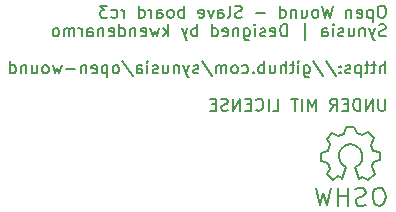
<source format=gbo>
G04 #@! TF.FileFunction,Legend,Bot*
%FSLAX46Y46*%
G04 Gerber Fmt 4.6, Leading zero omitted, Abs format (unit mm)*
G04 Created by KiCad (PCBNEW 0.201505222246+5678~23~ubuntu14.04.1-product) date dom 24 may 2015 19:59:28 CEST*
%MOMM*%
G01*
G04 APERTURE LIST*
%ADD10C,0.101600*%
%ADD11C,0.152400*%
%ADD12C,0.150000*%
G04 APERTURE END LIST*
D10*
D11*
X160219571Y-90756619D02*
X160026048Y-90756619D01*
X159929286Y-90805000D01*
X159832524Y-90901762D01*
X159784143Y-91095286D01*
X159784143Y-91433952D01*
X159832524Y-91627476D01*
X159929286Y-91724238D01*
X160026048Y-91772619D01*
X160219571Y-91772619D01*
X160316333Y-91724238D01*
X160413095Y-91627476D01*
X160461476Y-91433952D01*
X160461476Y-91095286D01*
X160413095Y-90901762D01*
X160316333Y-90805000D01*
X160219571Y-90756619D01*
X159348714Y-91095286D02*
X159348714Y-92111286D01*
X159348714Y-91143667D02*
X159251952Y-91095286D01*
X159058429Y-91095286D01*
X158961667Y-91143667D01*
X158913286Y-91192048D01*
X158864905Y-91288810D01*
X158864905Y-91579095D01*
X158913286Y-91675857D01*
X158961667Y-91724238D01*
X159058429Y-91772619D01*
X159251952Y-91772619D01*
X159348714Y-91724238D01*
X158042429Y-91724238D02*
X158139191Y-91772619D01*
X158332714Y-91772619D01*
X158429476Y-91724238D01*
X158477857Y-91627476D01*
X158477857Y-91240429D01*
X158429476Y-91143667D01*
X158332714Y-91095286D01*
X158139191Y-91095286D01*
X158042429Y-91143667D01*
X157994048Y-91240429D01*
X157994048Y-91337190D01*
X158477857Y-91433952D01*
X157558619Y-91095286D02*
X157558619Y-91772619D01*
X157558619Y-91192048D02*
X157510238Y-91143667D01*
X157413476Y-91095286D01*
X157268334Y-91095286D01*
X157171572Y-91143667D01*
X157123191Y-91240429D01*
X157123191Y-91772619D01*
X155962048Y-90756619D02*
X155720143Y-91772619D01*
X155526620Y-91046905D01*
X155333096Y-91772619D01*
X155091191Y-90756619D01*
X154559000Y-91772619D02*
X154655762Y-91724238D01*
X154704143Y-91675857D01*
X154752524Y-91579095D01*
X154752524Y-91288810D01*
X154704143Y-91192048D01*
X154655762Y-91143667D01*
X154559000Y-91095286D01*
X154413858Y-91095286D01*
X154317096Y-91143667D01*
X154268715Y-91192048D01*
X154220334Y-91288810D01*
X154220334Y-91579095D01*
X154268715Y-91675857D01*
X154317096Y-91724238D01*
X154413858Y-91772619D01*
X154559000Y-91772619D01*
X153349477Y-91095286D02*
X153349477Y-91772619D01*
X153784905Y-91095286D02*
X153784905Y-91627476D01*
X153736524Y-91724238D01*
X153639762Y-91772619D01*
X153494620Y-91772619D01*
X153397858Y-91724238D01*
X153349477Y-91675857D01*
X152865667Y-91095286D02*
X152865667Y-91772619D01*
X152865667Y-91192048D02*
X152817286Y-91143667D01*
X152720524Y-91095286D01*
X152575382Y-91095286D01*
X152478620Y-91143667D01*
X152430239Y-91240429D01*
X152430239Y-91772619D01*
X151511001Y-91772619D02*
X151511001Y-90756619D01*
X151511001Y-91724238D02*
X151607763Y-91772619D01*
X151801286Y-91772619D01*
X151898048Y-91724238D01*
X151946429Y-91675857D01*
X151994810Y-91579095D01*
X151994810Y-91288810D01*
X151946429Y-91192048D01*
X151898048Y-91143667D01*
X151801286Y-91095286D01*
X151607763Y-91095286D01*
X151511001Y-91143667D01*
X150253096Y-91385571D02*
X149479001Y-91385571D01*
X148269477Y-91724238D02*
X148124334Y-91772619D01*
X147882430Y-91772619D01*
X147785668Y-91724238D01*
X147737287Y-91675857D01*
X147688906Y-91579095D01*
X147688906Y-91482333D01*
X147737287Y-91385571D01*
X147785668Y-91337190D01*
X147882430Y-91288810D01*
X148075953Y-91240429D01*
X148172715Y-91192048D01*
X148221096Y-91143667D01*
X148269477Y-91046905D01*
X148269477Y-90950143D01*
X148221096Y-90853381D01*
X148172715Y-90805000D01*
X148075953Y-90756619D01*
X147834049Y-90756619D01*
X147688906Y-90805000D01*
X147108334Y-91772619D02*
X147205096Y-91724238D01*
X147253477Y-91627476D01*
X147253477Y-90756619D01*
X146285859Y-91772619D02*
X146285859Y-91240429D01*
X146334240Y-91143667D01*
X146431002Y-91095286D01*
X146624525Y-91095286D01*
X146721287Y-91143667D01*
X146285859Y-91724238D02*
X146382621Y-91772619D01*
X146624525Y-91772619D01*
X146721287Y-91724238D01*
X146769668Y-91627476D01*
X146769668Y-91530714D01*
X146721287Y-91433952D01*
X146624525Y-91385571D01*
X146382621Y-91385571D01*
X146285859Y-91337190D01*
X145898811Y-91095286D02*
X145656906Y-91772619D01*
X145415002Y-91095286D01*
X144640907Y-91724238D02*
X144737669Y-91772619D01*
X144931192Y-91772619D01*
X145027954Y-91724238D01*
X145076335Y-91627476D01*
X145076335Y-91240429D01*
X145027954Y-91143667D01*
X144931192Y-91095286D01*
X144737669Y-91095286D01*
X144640907Y-91143667D01*
X144592526Y-91240429D01*
X144592526Y-91337190D01*
X145076335Y-91433952D01*
X143383002Y-91772619D02*
X143383002Y-90756619D01*
X143383002Y-91143667D02*
X143286240Y-91095286D01*
X143092717Y-91095286D01*
X142995955Y-91143667D01*
X142947574Y-91192048D01*
X142899193Y-91288810D01*
X142899193Y-91579095D01*
X142947574Y-91675857D01*
X142995955Y-91724238D01*
X143092717Y-91772619D01*
X143286240Y-91772619D01*
X143383002Y-91724238D01*
X142318621Y-91772619D02*
X142415383Y-91724238D01*
X142463764Y-91675857D01*
X142512145Y-91579095D01*
X142512145Y-91288810D01*
X142463764Y-91192048D01*
X142415383Y-91143667D01*
X142318621Y-91095286D01*
X142173479Y-91095286D01*
X142076717Y-91143667D01*
X142028336Y-91192048D01*
X141979955Y-91288810D01*
X141979955Y-91579095D01*
X142028336Y-91675857D01*
X142076717Y-91724238D01*
X142173479Y-91772619D01*
X142318621Y-91772619D01*
X141109098Y-91772619D02*
X141109098Y-91240429D01*
X141157479Y-91143667D01*
X141254241Y-91095286D01*
X141447764Y-91095286D01*
X141544526Y-91143667D01*
X141109098Y-91724238D02*
X141205860Y-91772619D01*
X141447764Y-91772619D01*
X141544526Y-91724238D01*
X141592907Y-91627476D01*
X141592907Y-91530714D01*
X141544526Y-91433952D01*
X141447764Y-91385571D01*
X141205860Y-91385571D01*
X141109098Y-91337190D01*
X140625288Y-91772619D02*
X140625288Y-91095286D01*
X140625288Y-91288810D02*
X140576907Y-91192048D01*
X140528526Y-91143667D01*
X140431764Y-91095286D01*
X140335003Y-91095286D01*
X139560908Y-91772619D02*
X139560908Y-90756619D01*
X139560908Y-91724238D02*
X139657670Y-91772619D01*
X139851193Y-91772619D01*
X139947955Y-91724238D01*
X139996336Y-91675857D01*
X140044717Y-91579095D01*
X140044717Y-91288810D01*
X139996336Y-91192048D01*
X139947955Y-91143667D01*
X139851193Y-91095286D01*
X139657670Y-91095286D01*
X139560908Y-91143667D01*
X138303003Y-91772619D02*
X138303003Y-91095286D01*
X138303003Y-91288810D02*
X138254622Y-91192048D01*
X138206241Y-91143667D01*
X138109479Y-91095286D01*
X138012718Y-91095286D01*
X137238623Y-91724238D02*
X137335385Y-91772619D01*
X137528908Y-91772619D01*
X137625670Y-91724238D01*
X137674051Y-91675857D01*
X137722432Y-91579095D01*
X137722432Y-91288810D01*
X137674051Y-91192048D01*
X137625670Y-91143667D01*
X137528908Y-91095286D01*
X137335385Y-91095286D01*
X137238623Y-91143667D01*
X136899956Y-90756619D02*
X136271004Y-90756619D01*
X136609670Y-91143667D01*
X136464528Y-91143667D01*
X136367766Y-91192048D01*
X136319385Y-91240429D01*
X136271004Y-91337190D01*
X136271004Y-91579095D01*
X136319385Y-91675857D01*
X136367766Y-91724238D01*
X136464528Y-91772619D01*
X136754813Y-91772619D01*
X136851575Y-91724238D01*
X136899956Y-91675857D01*
X160461476Y-93299038D02*
X160316333Y-93347419D01*
X160074429Y-93347419D01*
X159977667Y-93299038D01*
X159929286Y-93250657D01*
X159880905Y-93153895D01*
X159880905Y-93057133D01*
X159929286Y-92960371D01*
X159977667Y-92911990D01*
X160074429Y-92863610D01*
X160267952Y-92815229D01*
X160364714Y-92766848D01*
X160413095Y-92718467D01*
X160461476Y-92621705D01*
X160461476Y-92524943D01*
X160413095Y-92428181D01*
X160364714Y-92379800D01*
X160267952Y-92331419D01*
X160026048Y-92331419D01*
X159880905Y-92379800D01*
X159542238Y-92670086D02*
X159300333Y-93347419D01*
X159058429Y-92670086D02*
X159300333Y-93347419D01*
X159397095Y-93589324D01*
X159445476Y-93637705D01*
X159542238Y-93686086D01*
X158671381Y-92670086D02*
X158671381Y-93347419D01*
X158671381Y-92766848D02*
X158623000Y-92718467D01*
X158526238Y-92670086D01*
X158381096Y-92670086D01*
X158284334Y-92718467D01*
X158235953Y-92815229D01*
X158235953Y-93347419D01*
X157316715Y-92670086D02*
X157316715Y-93347419D01*
X157752143Y-92670086D02*
X157752143Y-93202276D01*
X157703762Y-93299038D01*
X157607000Y-93347419D01*
X157461858Y-93347419D01*
X157365096Y-93299038D01*
X157316715Y-93250657D01*
X156881286Y-93299038D02*
X156784524Y-93347419D01*
X156591000Y-93347419D01*
X156494239Y-93299038D01*
X156445858Y-93202276D01*
X156445858Y-93153895D01*
X156494239Y-93057133D01*
X156591000Y-93008752D01*
X156736143Y-93008752D01*
X156832905Y-92960371D01*
X156881286Y-92863610D01*
X156881286Y-92815229D01*
X156832905Y-92718467D01*
X156736143Y-92670086D01*
X156591000Y-92670086D01*
X156494239Y-92718467D01*
X156010429Y-93347419D02*
X156010429Y-92670086D01*
X156010429Y-92331419D02*
X156058810Y-92379800D01*
X156010429Y-92428181D01*
X155962048Y-92379800D01*
X156010429Y-92331419D01*
X156010429Y-92428181D01*
X155091191Y-93347419D02*
X155091191Y-92815229D01*
X155139572Y-92718467D01*
X155236334Y-92670086D01*
X155429857Y-92670086D01*
X155526619Y-92718467D01*
X155091191Y-93299038D02*
X155187953Y-93347419D01*
X155429857Y-93347419D01*
X155526619Y-93299038D01*
X155575000Y-93202276D01*
X155575000Y-93105514D01*
X155526619Y-93008752D01*
X155429857Y-92960371D01*
X155187953Y-92960371D01*
X155091191Y-92911990D01*
X153591381Y-93686086D02*
X153591381Y-92234657D01*
X152091572Y-93347419D02*
X152091572Y-92331419D01*
X151849667Y-92331419D01*
X151704525Y-92379800D01*
X151607763Y-92476562D01*
X151559382Y-92573324D01*
X151511001Y-92766848D01*
X151511001Y-92911990D01*
X151559382Y-93105514D01*
X151607763Y-93202276D01*
X151704525Y-93299038D01*
X151849667Y-93347419D01*
X152091572Y-93347419D01*
X150688525Y-93299038D02*
X150785287Y-93347419D01*
X150978810Y-93347419D01*
X151075572Y-93299038D01*
X151123953Y-93202276D01*
X151123953Y-92815229D01*
X151075572Y-92718467D01*
X150978810Y-92670086D01*
X150785287Y-92670086D01*
X150688525Y-92718467D01*
X150640144Y-92815229D01*
X150640144Y-92911990D01*
X151123953Y-93008752D01*
X150253096Y-93299038D02*
X150156334Y-93347419D01*
X149962810Y-93347419D01*
X149866049Y-93299038D01*
X149817668Y-93202276D01*
X149817668Y-93153895D01*
X149866049Y-93057133D01*
X149962810Y-93008752D01*
X150107953Y-93008752D01*
X150204715Y-92960371D01*
X150253096Y-92863610D01*
X150253096Y-92815229D01*
X150204715Y-92718467D01*
X150107953Y-92670086D01*
X149962810Y-92670086D01*
X149866049Y-92718467D01*
X149382239Y-93347419D02*
X149382239Y-92670086D01*
X149382239Y-92331419D02*
X149430620Y-92379800D01*
X149382239Y-92428181D01*
X149333858Y-92379800D01*
X149382239Y-92331419D01*
X149382239Y-92428181D01*
X148463001Y-92670086D02*
X148463001Y-93492562D01*
X148511382Y-93589324D01*
X148559763Y-93637705D01*
X148656524Y-93686086D01*
X148801667Y-93686086D01*
X148898429Y-93637705D01*
X148463001Y-93299038D02*
X148559763Y-93347419D01*
X148753286Y-93347419D01*
X148850048Y-93299038D01*
X148898429Y-93250657D01*
X148946810Y-93153895D01*
X148946810Y-92863610D01*
X148898429Y-92766848D01*
X148850048Y-92718467D01*
X148753286Y-92670086D01*
X148559763Y-92670086D01*
X148463001Y-92718467D01*
X147979191Y-92670086D02*
X147979191Y-93347419D01*
X147979191Y-92766848D02*
X147930810Y-92718467D01*
X147834048Y-92670086D01*
X147688906Y-92670086D01*
X147592144Y-92718467D01*
X147543763Y-92815229D01*
X147543763Y-93347419D01*
X146672906Y-93299038D02*
X146769668Y-93347419D01*
X146963191Y-93347419D01*
X147059953Y-93299038D01*
X147108334Y-93202276D01*
X147108334Y-92815229D01*
X147059953Y-92718467D01*
X146963191Y-92670086D01*
X146769668Y-92670086D01*
X146672906Y-92718467D01*
X146624525Y-92815229D01*
X146624525Y-92911990D01*
X147108334Y-93008752D01*
X145753668Y-93347419D02*
X145753668Y-92331419D01*
X145753668Y-93299038D02*
X145850430Y-93347419D01*
X146043953Y-93347419D01*
X146140715Y-93299038D01*
X146189096Y-93250657D01*
X146237477Y-93153895D01*
X146237477Y-92863610D01*
X146189096Y-92766848D01*
X146140715Y-92718467D01*
X146043953Y-92670086D01*
X145850430Y-92670086D01*
X145753668Y-92718467D01*
X144495763Y-93347419D02*
X144495763Y-92331419D01*
X144495763Y-92718467D02*
X144399001Y-92670086D01*
X144205478Y-92670086D01*
X144108716Y-92718467D01*
X144060335Y-92766848D01*
X144011954Y-92863610D01*
X144011954Y-93153895D01*
X144060335Y-93250657D01*
X144108716Y-93299038D01*
X144205478Y-93347419D01*
X144399001Y-93347419D01*
X144495763Y-93299038D01*
X143673287Y-92670086D02*
X143431382Y-93347419D01*
X143189478Y-92670086D02*
X143431382Y-93347419D01*
X143528144Y-93589324D01*
X143576525Y-93637705D01*
X143673287Y-93686086D01*
X142028335Y-93347419D02*
X142028335Y-92331419D01*
X141931573Y-92960371D02*
X141641288Y-93347419D01*
X141641288Y-92670086D02*
X142028335Y-93057133D01*
X141302621Y-92670086D02*
X141109097Y-93347419D01*
X140915574Y-92863610D01*
X140722050Y-93347419D01*
X140528526Y-92670086D01*
X139754431Y-93299038D02*
X139851193Y-93347419D01*
X140044716Y-93347419D01*
X140141478Y-93299038D01*
X140189859Y-93202276D01*
X140189859Y-92815229D01*
X140141478Y-92718467D01*
X140044716Y-92670086D01*
X139851193Y-92670086D01*
X139754431Y-92718467D01*
X139706050Y-92815229D01*
X139706050Y-92911990D01*
X140189859Y-93008752D01*
X139270621Y-92670086D02*
X139270621Y-93347419D01*
X139270621Y-92766848D02*
X139222240Y-92718467D01*
X139125478Y-92670086D01*
X138980336Y-92670086D01*
X138883574Y-92718467D01*
X138835193Y-92815229D01*
X138835193Y-93347419D01*
X137915955Y-93347419D02*
X137915955Y-92331419D01*
X137915955Y-93299038D02*
X138012717Y-93347419D01*
X138206240Y-93347419D01*
X138303002Y-93299038D01*
X138351383Y-93250657D01*
X138399764Y-93153895D01*
X138399764Y-92863610D01*
X138351383Y-92766848D01*
X138303002Y-92718467D01*
X138206240Y-92670086D01*
X138012717Y-92670086D01*
X137915955Y-92718467D01*
X137045098Y-93299038D02*
X137141860Y-93347419D01*
X137335383Y-93347419D01*
X137432145Y-93299038D01*
X137480526Y-93202276D01*
X137480526Y-92815229D01*
X137432145Y-92718467D01*
X137335383Y-92670086D01*
X137141860Y-92670086D01*
X137045098Y-92718467D01*
X136996717Y-92815229D01*
X136996717Y-92911990D01*
X137480526Y-93008752D01*
X136561288Y-92670086D02*
X136561288Y-93347419D01*
X136561288Y-92766848D02*
X136512907Y-92718467D01*
X136416145Y-92670086D01*
X136271003Y-92670086D01*
X136174241Y-92718467D01*
X136125860Y-92815229D01*
X136125860Y-93347419D01*
X135206622Y-93347419D02*
X135206622Y-92815229D01*
X135255003Y-92718467D01*
X135351765Y-92670086D01*
X135545288Y-92670086D01*
X135642050Y-92718467D01*
X135206622Y-93299038D02*
X135303384Y-93347419D01*
X135545288Y-93347419D01*
X135642050Y-93299038D01*
X135690431Y-93202276D01*
X135690431Y-93105514D01*
X135642050Y-93008752D01*
X135545288Y-92960371D01*
X135303384Y-92960371D01*
X135206622Y-92911990D01*
X134722812Y-93347419D02*
X134722812Y-92670086D01*
X134722812Y-92863610D02*
X134674431Y-92766848D01*
X134626050Y-92718467D01*
X134529288Y-92670086D01*
X134432527Y-92670086D01*
X134093860Y-93347419D02*
X134093860Y-92670086D01*
X134093860Y-92766848D02*
X134045479Y-92718467D01*
X133948717Y-92670086D01*
X133803575Y-92670086D01*
X133706813Y-92718467D01*
X133658432Y-92815229D01*
X133658432Y-93347419D01*
X133658432Y-92815229D02*
X133610051Y-92718467D01*
X133513289Y-92670086D01*
X133368146Y-92670086D01*
X133271384Y-92718467D01*
X133223003Y-92815229D01*
X133223003Y-93347419D01*
X132594050Y-93347419D02*
X132690812Y-93299038D01*
X132739193Y-93250657D01*
X132787574Y-93153895D01*
X132787574Y-92863610D01*
X132739193Y-92766848D01*
X132690812Y-92718467D01*
X132594050Y-92670086D01*
X132448908Y-92670086D01*
X132352146Y-92718467D01*
X132303765Y-92766848D01*
X132255384Y-92863610D01*
X132255384Y-93153895D01*
X132303765Y-93250657D01*
X132352146Y-93299038D01*
X132448908Y-93347419D01*
X132594050Y-93347419D01*
X160413095Y-96497019D02*
X160413095Y-95481019D01*
X159977667Y-96497019D02*
X159977667Y-95964829D01*
X160026048Y-95868067D01*
X160122810Y-95819686D01*
X160267952Y-95819686D01*
X160364714Y-95868067D01*
X160413095Y-95916448D01*
X159639000Y-95819686D02*
X159251952Y-95819686D01*
X159493857Y-95481019D02*
X159493857Y-96351876D01*
X159445476Y-96448638D01*
X159348714Y-96497019D01*
X159251952Y-96497019D01*
X159058429Y-95819686D02*
X158671381Y-95819686D01*
X158913286Y-95481019D02*
X158913286Y-96351876D01*
X158864905Y-96448638D01*
X158768143Y-96497019D01*
X158671381Y-96497019D01*
X158332715Y-95819686D02*
X158332715Y-96835686D01*
X158332715Y-95868067D02*
X158235953Y-95819686D01*
X158042430Y-95819686D01*
X157945668Y-95868067D01*
X157897287Y-95916448D01*
X157848906Y-96013210D01*
X157848906Y-96303495D01*
X157897287Y-96400257D01*
X157945668Y-96448638D01*
X158042430Y-96497019D01*
X158235953Y-96497019D01*
X158332715Y-96448638D01*
X157461858Y-96448638D02*
X157365096Y-96497019D01*
X157171572Y-96497019D01*
X157074811Y-96448638D01*
X157026430Y-96351876D01*
X157026430Y-96303495D01*
X157074811Y-96206733D01*
X157171572Y-96158352D01*
X157316715Y-96158352D01*
X157413477Y-96109971D01*
X157461858Y-96013210D01*
X157461858Y-95964829D01*
X157413477Y-95868067D01*
X157316715Y-95819686D01*
X157171572Y-95819686D01*
X157074811Y-95868067D01*
X156591001Y-96400257D02*
X156542620Y-96448638D01*
X156591001Y-96497019D01*
X156639382Y-96448638D01*
X156591001Y-96400257D01*
X156591001Y-96497019D01*
X156591001Y-95868067D02*
X156542620Y-95916448D01*
X156591001Y-95964829D01*
X156639382Y-95916448D01*
X156591001Y-95868067D01*
X156591001Y-95964829D01*
X155381477Y-95432638D02*
X156252334Y-96738924D01*
X154317096Y-95432638D02*
X155187953Y-96738924D01*
X153543001Y-95819686D02*
X153543001Y-96642162D01*
X153591382Y-96738924D01*
X153639763Y-96787305D01*
X153736524Y-96835686D01*
X153881667Y-96835686D01*
X153978429Y-96787305D01*
X153543001Y-96448638D02*
X153639763Y-96497019D01*
X153833286Y-96497019D01*
X153930048Y-96448638D01*
X153978429Y-96400257D01*
X154026810Y-96303495D01*
X154026810Y-96013210D01*
X153978429Y-95916448D01*
X153930048Y-95868067D01*
X153833286Y-95819686D01*
X153639763Y-95819686D01*
X153543001Y-95868067D01*
X153059191Y-96497019D02*
X153059191Y-95819686D01*
X153059191Y-95481019D02*
X153107572Y-95529400D01*
X153059191Y-95577781D01*
X153010810Y-95529400D01*
X153059191Y-95481019D01*
X153059191Y-95577781D01*
X152720524Y-95819686D02*
X152333476Y-95819686D01*
X152575381Y-95481019D02*
X152575381Y-96351876D01*
X152527000Y-96448638D01*
X152430238Y-96497019D01*
X152333476Y-96497019D01*
X151994810Y-96497019D02*
X151994810Y-95481019D01*
X151559382Y-96497019D02*
X151559382Y-95964829D01*
X151607763Y-95868067D01*
X151704525Y-95819686D01*
X151849667Y-95819686D01*
X151946429Y-95868067D01*
X151994810Y-95916448D01*
X150640144Y-95819686D02*
X150640144Y-96497019D01*
X151075572Y-95819686D02*
X151075572Y-96351876D01*
X151027191Y-96448638D01*
X150930429Y-96497019D01*
X150785287Y-96497019D01*
X150688525Y-96448638D01*
X150640144Y-96400257D01*
X150156334Y-96497019D02*
X150156334Y-95481019D01*
X150156334Y-95868067D02*
X150059572Y-95819686D01*
X149866049Y-95819686D01*
X149769287Y-95868067D01*
X149720906Y-95916448D01*
X149672525Y-96013210D01*
X149672525Y-96303495D01*
X149720906Y-96400257D01*
X149769287Y-96448638D01*
X149866049Y-96497019D01*
X150059572Y-96497019D01*
X150156334Y-96448638D01*
X149237096Y-96400257D02*
X149188715Y-96448638D01*
X149237096Y-96497019D01*
X149285477Y-96448638D01*
X149237096Y-96400257D01*
X149237096Y-96497019D01*
X148317858Y-96448638D02*
X148414620Y-96497019D01*
X148608143Y-96497019D01*
X148704905Y-96448638D01*
X148753286Y-96400257D01*
X148801667Y-96303495D01*
X148801667Y-96013210D01*
X148753286Y-95916448D01*
X148704905Y-95868067D01*
X148608143Y-95819686D01*
X148414620Y-95819686D01*
X148317858Y-95868067D01*
X147737286Y-96497019D02*
X147834048Y-96448638D01*
X147882429Y-96400257D01*
X147930810Y-96303495D01*
X147930810Y-96013210D01*
X147882429Y-95916448D01*
X147834048Y-95868067D01*
X147737286Y-95819686D01*
X147592144Y-95819686D01*
X147495382Y-95868067D01*
X147447001Y-95916448D01*
X147398620Y-96013210D01*
X147398620Y-96303495D01*
X147447001Y-96400257D01*
X147495382Y-96448638D01*
X147592144Y-96497019D01*
X147737286Y-96497019D01*
X146963191Y-96497019D02*
X146963191Y-95819686D01*
X146963191Y-95916448D02*
X146914810Y-95868067D01*
X146818048Y-95819686D01*
X146672906Y-95819686D01*
X146576144Y-95868067D01*
X146527763Y-95964829D01*
X146527763Y-96497019D01*
X146527763Y-95964829D02*
X146479382Y-95868067D01*
X146382620Y-95819686D01*
X146237477Y-95819686D01*
X146140715Y-95868067D01*
X146092334Y-95964829D01*
X146092334Y-96497019D01*
X144882810Y-95432638D02*
X145753667Y-96738924D01*
X144592524Y-96448638D02*
X144495762Y-96497019D01*
X144302238Y-96497019D01*
X144205477Y-96448638D01*
X144157096Y-96351876D01*
X144157096Y-96303495D01*
X144205477Y-96206733D01*
X144302238Y-96158352D01*
X144447381Y-96158352D01*
X144544143Y-96109971D01*
X144592524Y-96013210D01*
X144592524Y-95964829D01*
X144544143Y-95868067D01*
X144447381Y-95819686D01*
X144302238Y-95819686D01*
X144205477Y-95868067D01*
X143818429Y-95819686D02*
X143576524Y-96497019D01*
X143334620Y-95819686D02*
X143576524Y-96497019D01*
X143673286Y-96738924D01*
X143721667Y-96787305D01*
X143818429Y-96835686D01*
X142947572Y-95819686D02*
X142947572Y-96497019D01*
X142947572Y-95916448D02*
X142899191Y-95868067D01*
X142802429Y-95819686D01*
X142657287Y-95819686D01*
X142560525Y-95868067D01*
X142512144Y-95964829D01*
X142512144Y-96497019D01*
X141592906Y-95819686D02*
X141592906Y-96497019D01*
X142028334Y-95819686D02*
X142028334Y-96351876D01*
X141979953Y-96448638D01*
X141883191Y-96497019D01*
X141738049Y-96497019D01*
X141641287Y-96448638D01*
X141592906Y-96400257D01*
X141157477Y-96448638D02*
X141060715Y-96497019D01*
X140867191Y-96497019D01*
X140770430Y-96448638D01*
X140722049Y-96351876D01*
X140722049Y-96303495D01*
X140770430Y-96206733D01*
X140867191Y-96158352D01*
X141012334Y-96158352D01*
X141109096Y-96109971D01*
X141157477Y-96013210D01*
X141157477Y-95964829D01*
X141109096Y-95868067D01*
X141012334Y-95819686D01*
X140867191Y-95819686D01*
X140770430Y-95868067D01*
X140286620Y-96497019D02*
X140286620Y-95819686D01*
X140286620Y-95481019D02*
X140335001Y-95529400D01*
X140286620Y-95577781D01*
X140238239Y-95529400D01*
X140286620Y-95481019D01*
X140286620Y-95577781D01*
X139367382Y-96497019D02*
X139367382Y-95964829D01*
X139415763Y-95868067D01*
X139512525Y-95819686D01*
X139706048Y-95819686D01*
X139802810Y-95868067D01*
X139367382Y-96448638D02*
X139464144Y-96497019D01*
X139706048Y-96497019D01*
X139802810Y-96448638D01*
X139851191Y-96351876D01*
X139851191Y-96255114D01*
X139802810Y-96158352D01*
X139706048Y-96109971D01*
X139464144Y-96109971D01*
X139367382Y-96061590D01*
X138157858Y-95432638D02*
X139028715Y-96738924D01*
X137674048Y-96497019D02*
X137770810Y-96448638D01*
X137819191Y-96400257D01*
X137867572Y-96303495D01*
X137867572Y-96013210D01*
X137819191Y-95916448D01*
X137770810Y-95868067D01*
X137674048Y-95819686D01*
X137528906Y-95819686D01*
X137432144Y-95868067D01*
X137383763Y-95916448D01*
X137335382Y-96013210D01*
X137335382Y-96303495D01*
X137383763Y-96400257D01*
X137432144Y-96448638D01*
X137528906Y-96497019D01*
X137674048Y-96497019D01*
X136899953Y-95819686D02*
X136899953Y-96835686D01*
X136899953Y-95868067D02*
X136803191Y-95819686D01*
X136609668Y-95819686D01*
X136512906Y-95868067D01*
X136464525Y-95916448D01*
X136416144Y-96013210D01*
X136416144Y-96303495D01*
X136464525Y-96400257D01*
X136512906Y-96448638D01*
X136609668Y-96497019D01*
X136803191Y-96497019D01*
X136899953Y-96448638D01*
X135593668Y-96448638D02*
X135690430Y-96497019D01*
X135883953Y-96497019D01*
X135980715Y-96448638D01*
X136029096Y-96351876D01*
X136029096Y-95964829D01*
X135980715Y-95868067D01*
X135883953Y-95819686D01*
X135690430Y-95819686D01*
X135593668Y-95868067D01*
X135545287Y-95964829D01*
X135545287Y-96061590D01*
X136029096Y-96158352D01*
X135109858Y-95819686D02*
X135109858Y-96497019D01*
X135109858Y-95916448D02*
X135061477Y-95868067D01*
X134964715Y-95819686D01*
X134819573Y-95819686D01*
X134722811Y-95868067D01*
X134674430Y-95964829D01*
X134674430Y-96497019D01*
X134190620Y-96109971D02*
X133416525Y-96109971D01*
X133029477Y-95819686D02*
X132835953Y-96497019D01*
X132642430Y-96013210D01*
X132448906Y-96497019D01*
X132255382Y-95819686D01*
X131723191Y-96497019D02*
X131819953Y-96448638D01*
X131868334Y-96400257D01*
X131916715Y-96303495D01*
X131916715Y-96013210D01*
X131868334Y-95916448D01*
X131819953Y-95868067D01*
X131723191Y-95819686D01*
X131578049Y-95819686D01*
X131481287Y-95868067D01*
X131432906Y-95916448D01*
X131384525Y-96013210D01*
X131384525Y-96303495D01*
X131432906Y-96400257D01*
X131481287Y-96448638D01*
X131578049Y-96497019D01*
X131723191Y-96497019D01*
X130513668Y-95819686D02*
X130513668Y-96497019D01*
X130949096Y-95819686D02*
X130949096Y-96351876D01*
X130900715Y-96448638D01*
X130803953Y-96497019D01*
X130658811Y-96497019D01*
X130562049Y-96448638D01*
X130513668Y-96400257D01*
X130029858Y-95819686D02*
X130029858Y-96497019D01*
X130029858Y-95916448D02*
X129981477Y-95868067D01*
X129884715Y-95819686D01*
X129739573Y-95819686D01*
X129642811Y-95868067D01*
X129594430Y-95964829D01*
X129594430Y-96497019D01*
X128675192Y-96497019D02*
X128675192Y-95481019D01*
X128675192Y-96448638D02*
X128771954Y-96497019D01*
X128965477Y-96497019D01*
X129062239Y-96448638D01*
X129110620Y-96400257D01*
X129159001Y-96303495D01*
X129159001Y-96013210D01*
X129110620Y-95916448D01*
X129062239Y-95868067D01*
X128965477Y-95819686D01*
X128771954Y-95819686D01*
X128675192Y-95868067D01*
X160413095Y-98630619D02*
X160413095Y-99453095D01*
X160364714Y-99549857D01*
X160316333Y-99598238D01*
X160219571Y-99646619D01*
X160026048Y-99646619D01*
X159929286Y-99598238D01*
X159880905Y-99549857D01*
X159832524Y-99453095D01*
X159832524Y-98630619D01*
X159348714Y-99646619D02*
X159348714Y-98630619D01*
X158768143Y-99646619D01*
X158768143Y-98630619D01*
X158284333Y-99646619D02*
X158284333Y-98630619D01*
X158042428Y-98630619D01*
X157897286Y-98679000D01*
X157800524Y-98775762D01*
X157752143Y-98872524D01*
X157703762Y-99066048D01*
X157703762Y-99211190D01*
X157752143Y-99404714D01*
X157800524Y-99501476D01*
X157897286Y-99598238D01*
X158042428Y-99646619D01*
X158284333Y-99646619D01*
X157268333Y-99114429D02*
X156929667Y-99114429D01*
X156784524Y-99646619D02*
X157268333Y-99646619D01*
X157268333Y-98630619D01*
X156784524Y-98630619D01*
X155768524Y-99646619D02*
X156107190Y-99162810D01*
X156349095Y-99646619D02*
X156349095Y-98630619D01*
X155962048Y-98630619D01*
X155865286Y-98679000D01*
X155816905Y-98727381D01*
X155768524Y-98824143D01*
X155768524Y-98969286D01*
X155816905Y-99066048D01*
X155865286Y-99114429D01*
X155962048Y-99162810D01*
X156349095Y-99162810D01*
X154559000Y-99646619D02*
X154559000Y-98630619D01*
X154220334Y-99356333D01*
X153881667Y-98630619D01*
X153881667Y-99646619D01*
X153397857Y-99646619D02*
X153397857Y-98630619D01*
X153059190Y-98630619D02*
X152478619Y-98630619D01*
X152768904Y-99646619D02*
X152768904Y-98630619D01*
X150882048Y-99646619D02*
X151365857Y-99646619D01*
X151365857Y-98630619D01*
X150543381Y-99646619D02*
X150543381Y-98630619D01*
X149479000Y-99549857D02*
X149527381Y-99598238D01*
X149672524Y-99646619D01*
X149769286Y-99646619D01*
X149914428Y-99598238D01*
X150011190Y-99501476D01*
X150059571Y-99404714D01*
X150107952Y-99211190D01*
X150107952Y-99066048D01*
X150059571Y-98872524D01*
X150011190Y-98775762D01*
X149914428Y-98679000D01*
X149769286Y-98630619D01*
X149672524Y-98630619D01*
X149527381Y-98679000D01*
X149479000Y-98727381D01*
X149043571Y-99114429D02*
X148704905Y-99114429D01*
X148559762Y-99646619D02*
X149043571Y-99646619D01*
X149043571Y-98630619D01*
X148559762Y-98630619D01*
X148124333Y-99646619D02*
X148124333Y-98630619D01*
X147543762Y-99646619D01*
X147543762Y-98630619D01*
X147108333Y-99598238D02*
X146963190Y-99646619D01*
X146721286Y-99646619D01*
X146624524Y-99598238D01*
X146576143Y-99549857D01*
X146527762Y-99453095D01*
X146527762Y-99356333D01*
X146576143Y-99259571D01*
X146624524Y-99211190D01*
X146721286Y-99162810D01*
X146914809Y-99114429D01*
X147011571Y-99066048D01*
X147059952Y-99017667D01*
X147108333Y-98920905D01*
X147108333Y-98824143D01*
X147059952Y-98727381D01*
X147011571Y-98679000D01*
X146914809Y-98630619D01*
X146672905Y-98630619D01*
X146527762Y-98679000D01*
X146092333Y-99114429D02*
X145753667Y-99114429D01*
X145608524Y-99646619D02*
X146092333Y-99646619D01*
X146092333Y-98630619D01*
X145608524Y-98630619D01*
D12*
X155811220Y-106194860D02*
X155450540Y-107665520D01*
X155450540Y-107665520D02*
X155171140Y-106603800D01*
X155171140Y-106603800D02*
X154861260Y-107675680D01*
X154861260Y-107675680D02*
X154520900Y-106225340D01*
X157231080Y-106885740D02*
X156441140Y-106875580D01*
X156441140Y-106875580D02*
X156430980Y-106885740D01*
X156430980Y-106885740D02*
X156430980Y-106875580D01*
X156390340Y-106164380D02*
X156390340Y-107706160D01*
X157279340Y-106154220D02*
X157279340Y-107723940D01*
X157279340Y-107723940D02*
X157269180Y-107713780D01*
X157830520Y-106255820D02*
X158181040Y-106174540D01*
X158181040Y-106174540D02*
X158501080Y-106164380D01*
X158501080Y-106164380D02*
X158739840Y-106365040D01*
X158739840Y-106365040D02*
X158770320Y-106634280D01*
X158770320Y-106634280D02*
X158529020Y-106875580D01*
X158529020Y-106875580D02*
X158140400Y-107005120D01*
X158140400Y-107005120D02*
X157960060Y-107165140D01*
X157960060Y-107165140D02*
X157919420Y-107464860D01*
X157919420Y-107464860D02*
X158150560Y-107685840D01*
X158150560Y-107685840D02*
X158470600Y-107713780D01*
X158470600Y-107713780D02*
X158821120Y-107604560D01*
X159859980Y-106154220D02*
X160108900Y-106174540D01*
X160108900Y-106174540D02*
X160350200Y-106415840D01*
X160350200Y-106415840D02*
X160439100Y-106906060D01*
X160439100Y-106906060D02*
X160411160Y-107254040D01*
X160411160Y-107254040D02*
X160210500Y-107574080D01*
X160210500Y-107574080D02*
X159959040Y-107696000D01*
X159959040Y-107696000D02*
X159649160Y-107624880D01*
X159649160Y-107624880D02*
X159430720Y-107444540D01*
X159430720Y-107444540D02*
X159359600Y-106984800D01*
X159359600Y-106984800D02*
X159410400Y-106575860D01*
X159410400Y-106575860D02*
X159519620Y-106293920D01*
X159519620Y-106293920D02*
X159880300Y-106164380D01*
X159260540Y-104434640D02*
X159519620Y-104995980D01*
X159519620Y-104995980D02*
X158981140Y-105514140D01*
X158981140Y-105514140D02*
X158460440Y-105244900D01*
X158460440Y-105244900D02*
X158181040Y-105404920D01*
X156740860Y-105384600D02*
X156410660Y-105194100D01*
X156410660Y-105194100D02*
X155971240Y-105524300D01*
X155971240Y-105524300D02*
X155498800Y-105034080D01*
X155498800Y-105034080D02*
X155780740Y-104554020D01*
X155780740Y-104554020D02*
X155590240Y-104084120D01*
X155590240Y-104084120D02*
X154980640Y-103896160D01*
X154980640Y-103896160D02*
X154980640Y-103215440D01*
X154980640Y-103215440D02*
X155539440Y-103075740D01*
X155539440Y-103075740D02*
X155740100Y-102504240D01*
X155740100Y-102504240D02*
X155470860Y-102034340D01*
X155470860Y-102034340D02*
X155940760Y-101523800D01*
X155940760Y-101523800D02*
X156458920Y-101785420D01*
X156458920Y-101785420D02*
X156928820Y-101584760D01*
X156928820Y-101584760D02*
X157099000Y-101043740D01*
X157099000Y-101043740D02*
X157789880Y-101025960D01*
X157789880Y-101025960D02*
X158000700Y-101574600D01*
X158000700Y-101574600D02*
X158419800Y-101744780D01*
X158419800Y-101744780D02*
X158970980Y-101475540D01*
X158970980Y-101475540D02*
X159489140Y-102003860D01*
X159489140Y-102003860D02*
X159240220Y-102544880D01*
X159240220Y-102544880D02*
X159410400Y-103024940D01*
X159410400Y-103024940D02*
X159959040Y-103124000D01*
X159959040Y-103124000D02*
X159969200Y-103825040D01*
X159969200Y-103825040D02*
X159410400Y-104025700D01*
X159410400Y-104025700D02*
X159270700Y-104424480D01*
X157129480Y-104404160D02*
X156829760Y-104254300D01*
X156829760Y-104254300D02*
X156629100Y-104056180D01*
X156629100Y-104056180D02*
X156479240Y-103654860D01*
X156479240Y-103654860D02*
X156479240Y-103256080D01*
X156479240Y-103256080D02*
X156629100Y-102905560D01*
X156629100Y-102905560D02*
X157081220Y-102555040D01*
X157081220Y-102555040D02*
X157530800Y-102504240D01*
X157530800Y-102504240D02*
X157929580Y-102605840D01*
X157929580Y-102605840D02*
X158330900Y-102953820D01*
X158330900Y-102953820D02*
X158480760Y-103405940D01*
X158480760Y-103405940D02*
X158429960Y-103903780D01*
X158429960Y-103903780D02*
X158181040Y-104206040D01*
X158181040Y-104206040D02*
X157830520Y-104404160D01*
X157830520Y-104404160D02*
X158181040Y-105404920D01*
X157129480Y-104404160D02*
X156730700Y-105404920D01*
M02*

</source>
